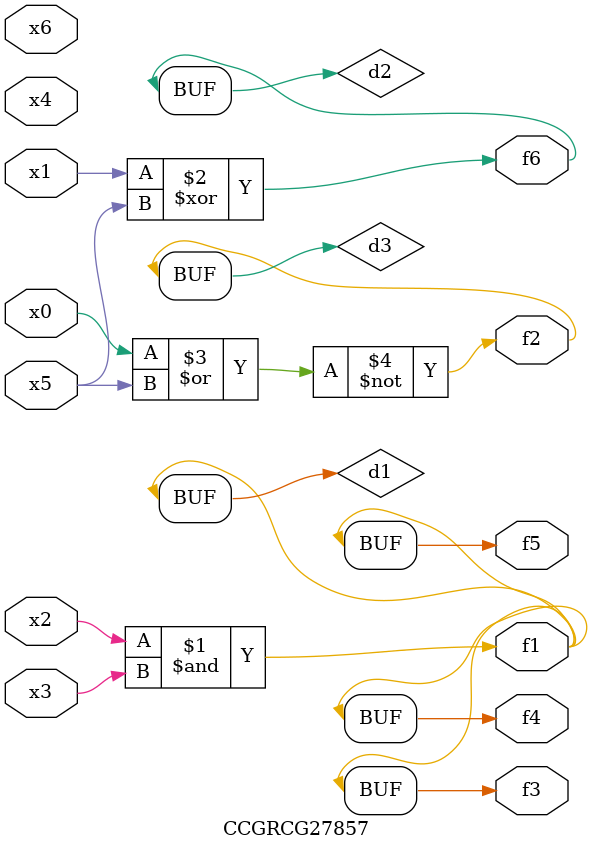
<source format=v>
module CCGRCG27857(
	input x0, x1, x2, x3, x4, x5, x6,
	output f1, f2, f3, f4, f5, f6
);

	wire d1, d2, d3;

	and (d1, x2, x3);
	xor (d2, x1, x5);
	nor (d3, x0, x5);
	assign f1 = d1;
	assign f2 = d3;
	assign f3 = d1;
	assign f4 = d1;
	assign f5 = d1;
	assign f6 = d2;
endmodule

</source>
